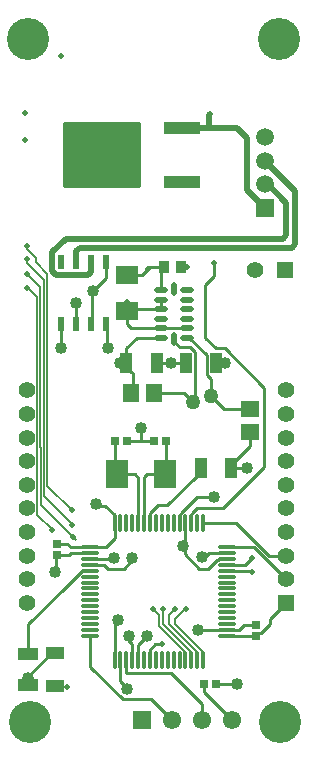
<source format=gbr>
%TF.GenerationSoftware,Altium Limited,Altium Designer,20.0.9 (164)*%
G04 Layer_Physical_Order=4*
G04 Layer_Color=16711680*
%FSLAX26Y26*%
%MOIN*%
%TF.FileFunction,Copper,L4,Bot,Signal*%
%TF.Part,Single*%
G01*
G75*
%TA.AperFunction,SMDPad,CuDef*%
%ADD13R,0.037402X0.041339*%
%TA.AperFunction,Conductor*%
%ADD21C,0.010000*%
%ADD22C,0.006000*%
%ADD23C,0.020000*%
%TA.AperFunction,ComponentPad*%
%ADD24R,0.055118X0.055118*%
%ADD25C,0.055118*%
%ADD26C,0.061024*%
%ADD27R,0.061024X0.061024*%
%ADD28C,0.059055*%
%ADD29R,0.059055X0.059055*%
%TA.AperFunction,ViaPad*%
%ADD30C,0.020000*%
%ADD31C,0.040000*%
%ADD32C,0.050000*%
%ADD33C,0.140000*%
%TA.AperFunction,SMDPad,CuDef*%
%ADD47R,0.064961X0.043307*%
%TA.AperFunction,ConnectorPad*%
%ADD48R,0.066929X0.043307*%
%TA.AperFunction,SMDPad,CuDef*%
%ADD49R,0.043307X0.066929*%
%ADD50R,0.074803X0.059055*%
%ADD51O,0.011811X0.062992*%
%ADD52O,0.062992X0.011811*%
%ADD53R,0.028346X0.028346*%
%ADD54R,0.061024X0.055118*%
%ADD55R,0.055118X0.061024*%
%ADD56R,0.028346X0.029921*%
%ADD57R,0.029921X0.028346*%
%ADD58O,0.045079X0.021654*%
%ADD59O,0.021654X0.045079*%
G04:AMPARAMS|DCode=60|XSize=41.339mil|YSize=122.047mil|CornerRadius=2.067mil|HoleSize=0mil|Usage=FLASHONLY|Rotation=90.000|XOffset=0mil|YOffset=0mil|HoleType=Round|Shape=RoundedRectangle|*
%AMROUNDEDRECTD60*
21,1,0.041339,0.117913,0,0,90.0*
21,1,0.037205,0.122047,0,0,90.0*
1,1,0.004134,0.058957,0.018602*
1,1,0.004134,0.058957,-0.018602*
1,1,0.004134,-0.058957,-0.018602*
1,1,0.004134,-0.058957,0.018602*
%
%ADD60ROUNDEDRECTD60*%
G04:AMPARAMS|DCode=61|XSize=220.472mil|YSize=259.842mil|CornerRadius=2.205mil|HoleSize=0mil|Usage=FLASHONLY|Rotation=90.000|XOffset=0mil|YOffset=0mil|HoleType=Round|Shape=RoundedRectangle|*
%AMROUNDEDRECTD61*
21,1,0.220472,0.255433,0,0,90.0*
21,1,0.216063,0.259842,0,0,90.0*
1,1,0.004409,0.127717,0.108031*
1,1,0.004409,0.127717,-0.108031*
1,1,0.004409,-0.127717,-0.108031*
1,1,0.004409,-0.127717,0.108031*
%
%ADD61ROUNDEDRECTD61*%
%ADD62R,0.074803X0.094488*%
G04:AMPARAMS|DCode=63|XSize=21.654mil|YSize=49.213mil|CornerRadius=1.949mil|HoleSize=0mil|Usage=FLASHONLY|Rotation=0.000|XOffset=0mil|YOffset=0mil|HoleType=Round|Shape=RoundedRectangle|*
%AMROUNDEDRECTD63*
21,1,0.021654,0.045315,0,0,0.0*
21,1,0.017756,0.049213,0,0,0.0*
1,1,0.003898,0.008878,-0.022657*
1,1,0.003898,-0.008878,-0.022657*
1,1,0.003898,-0.008878,0.022657*
1,1,0.003898,0.008878,0.022657*
%
%ADD63ROUNDEDRECTD63*%
D13*
X1526457Y2245000D02*
D03*
X1583543D02*
D03*
D21*
X1518087Y988087D02*
X1520000Y990000D01*
X1498087Y988087D02*
X1518087D01*
X1480819Y970819D02*
X1498087Y988087D01*
X1480472Y936654D02*
X1480819Y937000D01*
Y970819D01*
X1154173Y961102D02*
X1165000D01*
X1075000Y881929D02*
X1154173Y961102D01*
X1075000Y875000D02*
Y881929D01*
X1390000Y805000D02*
X1485000D01*
X1281653Y913346D02*
X1390000Y805000D01*
X1485000D02*
X1555000Y735000D01*
X1551732Y893268D02*
X1655000Y790000D01*
X1401732Y893268D02*
X1551732D01*
X1655000Y735000D02*
Y790000D01*
X1661102Y828898D02*
Y855000D01*
Y828898D02*
X1755000Y735000D01*
X1507428Y1452428D02*
X1538058D01*
X1582677Y1423207D02*
Y1425525D01*
X1638010Y1480858D02*
X1694142D01*
X1817294Y1230000D02*
X1820000D01*
X1738346Y1233898D02*
X1813396D01*
X1817294Y1230000D01*
X1738346Y1253583D02*
X1798583D01*
X1820000Y1275000D01*
X1826149Y1312638D02*
X1933708Y1205079D01*
X1766653Y1393347D02*
X1876181Y1283819D01*
X1935000D01*
X1657638Y1393347D02*
X1766653D01*
X1738346Y1312638D02*
X1826149D01*
X1729576Y1974922D02*
X1860000Y1844497D01*
Y1580503D02*
Y1844497D01*
X1799749Y1520251D02*
X1860000Y1580503D01*
X1933708Y1205079D02*
X1935000D01*
X1362362Y1342362D02*
Y1393347D01*
X1332638Y1312638D02*
X1362362Y1342362D01*
X1281653Y1312638D02*
X1332638D01*
X1362362Y1393347D02*
Y1418937D01*
X1332040Y1449260D02*
X1362362Y1418937D01*
X1305740Y1449260D02*
X1332040D01*
X1300000Y1455000D02*
X1305740Y1449260D01*
X1516791Y2105748D02*
Y2137244D01*
X1409803Y2105748D02*
X1516791D01*
X1405000Y2100945D02*
X1409803Y2105748D01*
X1516791Y2168740D02*
Y2235335D01*
X1526457Y2245000D01*
X1454055Y2219055D02*
X1480000Y2245000D01*
X1526457D01*
X1405000Y2219055D02*
X1454055D01*
X1516791Y2042756D02*
X1603209D01*
X1417244D02*
X1516791D01*
X1405000Y2055000D02*
Y2100945D01*
Y2055000D02*
X1417244Y2042756D01*
X1400000Y1913189D02*
Y1925000D01*
X1436260Y2011260D02*
X1516791D01*
X1400000Y1975000D02*
X1436260Y2011260D01*
X1400000Y1925000D02*
Y1975000D01*
X1417598Y1825000D02*
X1425000Y1832402D01*
Y1890678D01*
X1400000Y1913189D02*
X1416654Y1896535D01*
X1419142D02*
X1425000Y1890678D01*
X1416654Y1896535D02*
X1419142D01*
X1492401Y1825000D02*
X1595000D01*
X1625000Y1795000D01*
X1751181Y1575000D02*
Y1586811D01*
X1815000Y1650630D01*
Y1697598D01*
X1727599Y1772401D02*
X1815000D01*
X1685000Y1815000D02*
X1727599Y1772401D01*
X1165000Y1230000D02*
X1167500Y1232500D01*
Y1283602D01*
X1640834Y1035834D02*
X1641701Y1036701D01*
X1665039Y2010346D02*
Y2184654D01*
X1695000Y2214615D01*
X1665039Y2010346D02*
X1700464Y1974922D01*
X1695000Y2214615D02*
Y2260000D01*
X1700464Y1974922D02*
X1729576D01*
X1638524Y1443524D02*
X1723021D01*
X1799749Y1520251D01*
X1799749D01*
X1582677Y1425525D02*
X1638010Y1480858D01*
X1622047Y1427047D02*
X1638524Y1443524D01*
X1618268Y1393347D02*
Y1419427D01*
X1622047Y1423207D01*
Y1427047D01*
X1420000Y1266882D02*
Y1275000D01*
X1402071Y1248953D02*
X1420000Y1266882D01*
X1685000Y1815000D02*
Y1871921D01*
X1669527Y1887393D02*
X1685000Y1871921D01*
X1630473Y1800473D02*
Y1962607D01*
X1615036Y1978043D02*
X1630473Y1962607D01*
X1625000Y1795000D02*
X1630473Y1800473D01*
X1560000Y1996901D02*
Y2007421D01*
Y1996901D02*
X1578859Y1978043D01*
X1615036D01*
X1611768Y2011260D02*
X1669527Y1953500D01*
Y1887393D02*
Y1953500D01*
X1603209Y2011260D02*
X1611768D01*
X1402071Y1247071D02*
Y1248953D01*
X1395000Y1240000D02*
X1402071Y1247071D01*
X1341732Y1240000D02*
X1395000D01*
X1281653Y1253583D02*
X1328150D01*
X1341732Y1240000D01*
X1281653Y1273268D02*
X1282000Y1273614D01*
X1358614D01*
X1360000Y1275000D01*
X1167500Y1283602D02*
X1170000Y1286102D01*
X1362362Y1049244D02*
X1375000Y1061882D01*
Y1070000D01*
X1335000Y2056653D02*
X1337500Y2054153D01*
Y1977500D02*
Y2054153D01*
Y1977500D02*
X1340000Y1975000D01*
X1185000D02*
Y2056653D01*
X1335000Y2210000D02*
Y2263346D01*
X1290000Y2165000D02*
X1335000Y2210000D01*
X1285000Y2056653D02*
X1287500Y2059153D01*
Y2162500D01*
X1290000Y2165000D01*
X1235000Y2056653D02*
Y2125000D01*
X1502362Y1925000D02*
X1598819D01*
X1578898Y1419427D02*
X1582677Y1423207D01*
X1632165Y1546535D02*
X1632165D01*
X1480472Y1393347D02*
X1480819Y1393693D01*
X1648819Y1563189D02*
Y1575000D01*
X1075000Y956181D02*
Y1055000D01*
X1200000Y1180000D01*
Y1180643D01*
X1255573Y1233898D02*
X1281653D01*
X1251793Y1230118D02*
X1255573Y1233898D01*
X1249475Y1230118D02*
X1251793D01*
X1200000Y1180643D02*
X1249475Y1230118D01*
X1751181Y1575000D02*
X1805000D01*
X1632165Y1546535D02*
X1648819Y1563189D01*
X1538058Y1452428D02*
X1632165Y1546535D01*
X1480819Y1425819D02*
X1507428Y1452428D01*
X1480819Y1393693D02*
Y1425819D01*
X1694142Y1480858D02*
X1695000Y1480000D01*
X1578898Y1393347D02*
Y1419427D01*
X1698898Y855000D02*
X1770000D01*
X1660551Y854449D02*
X1661102Y855000D01*
X1216513Y1312638D02*
X1280836D01*
X1281653D01*
X1280000Y1313474D02*
X1280836Y1312638D01*
X1217953Y1292953D02*
X1281653D01*
X1211102Y1286102D02*
X1217953Y1292953D01*
X1170000Y1286102D02*
X1211102D01*
X1170000Y1323898D02*
X1205253D01*
X1216513Y1312638D01*
X1835000Y1016102D02*
Y1016890D01*
X1844173Y1026063D01*
X1850441D01*
X1881441Y1057063D01*
Y1072780D01*
X1935000Y1126339D01*
X1738693Y1017016D02*
X1834087D01*
X1738346Y1017362D02*
X1738693Y1017016D01*
X1834087D02*
X1835000Y1016102D01*
X1793898Y1053898D02*
X1835000D01*
X1777394Y1037394D02*
X1793898Y1053898D01*
X1738346Y1037047D02*
X1738693Y1037394D01*
X1777394D01*
X1590000Y1315000D02*
X1595740Y1309260D01*
Y1289260D02*
Y1309260D01*
Y1289260D02*
X1645000Y1240000D01*
X1675000D01*
X1663118Y1280000D02*
X1676071Y1292953D01*
X1655000Y1280000D02*
X1663118D01*
X1675000Y1240000D02*
X1704488Y1269488D01*
X1712266Y1273268D02*
X1738346D01*
X1708486Y1269488D02*
X1712266Y1273268D01*
X1704488Y1269488D02*
X1708486D01*
X1676071Y1292953D02*
X1738346D01*
X1598583Y1331700D02*
Y1393347D01*
X1590000Y1323118D02*
X1598583Y1331700D01*
X1590000Y1315000D02*
Y1323118D01*
X1738000Y1036701D02*
X1738346Y1037047D01*
X1641701Y1036701D02*
X1738000D01*
X1407583Y1004299D02*
X1421417Y990465D01*
X1407583Y1004299D02*
X1410000Y1006716D01*
X1362362Y936654D02*
Y1049244D01*
X1410000Y1006716D02*
Y1015000D01*
X1382047Y866545D02*
Y936654D01*
Y866545D02*
X1405000Y843592D01*
Y840000D02*
Y843592D01*
X1401732Y893268D02*
Y936654D01*
X1441102D02*
Y986102D01*
X1470000Y1015000D01*
X1421417Y936654D02*
Y990465D01*
X1450000Y1665000D02*
X1495315D01*
X1404685D02*
X1450000D01*
Y1710000D01*
X1530709Y1555000D02*
X1534685Y1558976D01*
Y1665000D01*
X1365315Y1558976D02*
X1369291Y1555000D01*
X1365315Y1558976D02*
Y1665000D01*
X1369291Y1555000D02*
X1430000D01*
X1441102Y1543898D01*
Y1393347D02*
Y1543898D01*
X1470000Y1555000D02*
X1530709D01*
X1460787Y1545787D02*
X1470000Y1555000D01*
X1460787Y1393347D02*
Y1545787D01*
X1281653Y913346D02*
Y1017362D01*
D22*
X1072064Y2175000D02*
X1075000D01*
X1225000Y1345000D02*
X1232313Y1337687D01*
X1116000Y1454000D02*
X1225000Y1345000D01*
X1105000Y1420000D02*
X1156383Y1368618D01*
X1220000Y1385000D02*
Y1390000D01*
X1138000Y1517000D02*
X1218910Y1436090D01*
X1127000Y1483000D02*
X1220000Y1390000D01*
X1116000Y1454000D02*
Y1644997D01*
X1115417Y1645580D02*
X1116000Y1644997D01*
X1137417Y1654692D02*
Y2224250D01*
X1105000Y1420000D02*
Y1640440D01*
X1127000Y1483000D02*
Y1649553D01*
X1490000Y1105000D02*
X1510000Y1085000D01*
X1598583Y936654D02*
Y962225D01*
X1510000Y1050807D02*
Y1085000D01*
Y1050807D02*
X1598583Y962225D01*
X1618268Y936654D02*
Y962244D01*
X1525000Y1055512D02*
Y1105000D01*
Y1055512D02*
X1618268Y962244D01*
X1596630Y1105000D02*
X1600000D01*
X1565000Y1054882D02*
X1657638Y962244D01*
Y936654D02*
Y962244D01*
X1565000Y1073370D02*
X1596630Y1105000D01*
X1565000Y1054882D02*
Y1073370D01*
X1545000Y1085897D02*
X1564552Y1105448D01*
X1545000Y1055197D02*
Y1085897D01*
X1637953Y936654D02*
Y962244D01*
X1545000Y1055197D02*
X1637953Y962244D01*
X1100000Y2261667D02*
Y2277591D01*
X1072064Y2305527D02*
Y2315000D01*
Y2305527D02*
X1100000Y2277591D01*
X1138000Y1517000D02*
Y1654109D01*
X1100000Y2261667D02*
X1137417Y2224250D01*
Y1654692D02*
X1138000Y1654109D01*
X1072064Y2257936D02*
X1126417Y2203583D01*
Y1650136D02*
Y2203583D01*
X1072064Y2257936D02*
Y2273000D01*
X1126417Y1650136D02*
X1127000Y1649553D01*
X1115417Y1645580D02*
Y2178314D01*
X1072064Y2221666D02*
Y2221667D01*
Y2221666D02*
X1115417Y2178314D01*
X1075000Y2175000D02*
X1104417Y2145583D01*
Y1641023D02*
X1105000Y1640440D01*
X1104417Y1641023D02*
Y2145583D01*
D23*
X1678583Y2710157D02*
X1769842D01*
X1587323D02*
X1678583D01*
Y2753583D02*
X1680000Y2755000D01*
X1678583Y2710157D02*
Y2753583D01*
X1923284Y2340000D02*
X1935000Y2351716D01*
Y2460151D01*
X1873599Y2521551D02*
X1935000Y2460151D01*
X1865000Y2521551D02*
X1873599D01*
X1199078Y2340000D02*
X1923284D01*
X1154173Y2295095D02*
X1199078Y2340000D01*
X1154173Y2231597D02*
Y2295095D01*
Y2231597D02*
X1167031Y2218740D01*
X1273284D01*
X1285000Y2230456D01*
Y2263346D01*
X1965000Y2321716D02*
Y2500291D01*
X1953284Y2310000D02*
X1965000Y2321716D01*
X1865000Y2600291D02*
X1965000Y2500291D01*
X1246748Y2310000D02*
X1953284D01*
X1235032Y2298284D02*
X1246748Y2310000D01*
X1235032Y2263378D02*
Y2298284D01*
X1235000Y2263346D02*
X1235032Y2263378D01*
X1805000Y2502811D02*
X1865000Y2442811D01*
X1805000Y2502811D02*
Y2675000D01*
X1769842Y2710157D02*
X1805000Y2675000D01*
D24*
X1930000Y2235000D02*
D03*
X1935000Y1126339D02*
D03*
D25*
X1830000Y2235000D02*
D03*
X1068858Y1126339D02*
D03*
Y1205079D02*
D03*
Y1283819D02*
D03*
Y1362559D02*
D03*
Y1441299D02*
D03*
Y1520039D02*
D03*
Y1598780D02*
D03*
Y1677520D02*
D03*
Y1756260D02*
D03*
Y1835000D02*
D03*
X1935000D02*
D03*
Y1756260D02*
D03*
Y1677520D02*
D03*
Y1598780D02*
D03*
Y1520039D02*
D03*
Y1441299D02*
D03*
Y1362559D02*
D03*
Y1283819D02*
D03*
Y1205079D02*
D03*
D26*
X1755000Y735000D02*
D03*
X1655000D02*
D03*
X1555000D02*
D03*
D27*
X1455000D02*
D03*
D28*
X1865000Y2679032D02*
D03*
Y2521551D02*
D03*
Y2600291D02*
D03*
D29*
Y2442811D02*
D03*
D30*
X1065000Y2760000D02*
D03*
Y2670000D02*
D03*
X1185000Y2950000D02*
D03*
X1520000Y990000D02*
D03*
X1205000Y845000D02*
D03*
X1820000Y1230000D02*
D03*
Y1275000D02*
D03*
X1155000Y1370000D02*
D03*
X1225000Y1345000D02*
D03*
X1220000Y1385000D02*
D03*
X1218910Y1436090D02*
D03*
X1490000Y1105000D02*
D03*
X1525000D02*
D03*
X1600000D02*
D03*
X1564552Y1105448D02*
D03*
X1680000Y2755000D02*
D03*
X1605000Y2245000D02*
D03*
X1475000Y2240000D02*
D03*
X1405000Y2130000D02*
D03*
X1072064Y2273000D02*
D03*
Y2221667D02*
D03*
Y2315000D02*
D03*
X1245000Y2550000D02*
D03*
X1380000D02*
D03*
X1375000Y2685000D02*
D03*
X1240000D02*
D03*
X1072064Y2175000D02*
D03*
X1695000Y2260000D02*
D03*
X1630000Y2530000D02*
D03*
D31*
X1300000Y1455000D02*
D03*
X1165000Y1230000D02*
D03*
X1640834Y1035834D02*
D03*
X1695000Y1480000D02*
D03*
X1420000Y1275000D02*
D03*
X1380000Y1925000D02*
D03*
X1730000D02*
D03*
X1360000Y1275000D02*
D03*
X1375000Y1070000D02*
D03*
X1340000Y1975000D02*
D03*
X1185000D02*
D03*
X1290000Y2165000D02*
D03*
X1235000Y2125000D02*
D03*
X1550591Y1925000D02*
D03*
X1075000Y875000D02*
D03*
X1805000Y1575000D02*
D03*
X1770000Y855000D02*
D03*
X1655000Y1280000D02*
D03*
X1590000Y1315000D02*
D03*
X1410000Y1015000D02*
D03*
X1405000Y840000D02*
D03*
X1470000Y1015000D02*
D03*
X1450000Y1710000D02*
D03*
D32*
X1685000Y1815000D02*
D03*
X1625000Y1795000D02*
D03*
D33*
X1910000Y3005000D02*
D03*
X1075000D02*
D03*
X1080000Y730000D02*
D03*
X1915000D02*
D03*
D47*
X1165000Y848898D02*
D03*
Y961102D02*
D03*
D48*
X1075000Y956181D02*
D03*
Y853819D02*
D03*
D49*
X1648819Y1575000D02*
D03*
X1751181D02*
D03*
X1502362Y1925000D02*
D03*
X1400000D02*
D03*
X1598819D02*
D03*
X1701181D02*
D03*
D50*
X1405000Y2100945D02*
D03*
Y2219055D02*
D03*
D51*
X1362362Y1393347D02*
D03*
X1382047D02*
D03*
X1401732D02*
D03*
X1421417D02*
D03*
X1441102D02*
D03*
X1460787D02*
D03*
X1480472D02*
D03*
X1500157D02*
D03*
X1519842D02*
D03*
X1539527D02*
D03*
X1559213D02*
D03*
X1578898D02*
D03*
X1598583D02*
D03*
X1618268D02*
D03*
X1637953D02*
D03*
X1657638D02*
D03*
Y936654D02*
D03*
X1637953D02*
D03*
X1618268D02*
D03*
X1598583D02*
D03*
X1578898D02*
D03*
X1559213D02*
D03*
X1539527D02*
D03*
X1519842D02*
D03*
X1500157D02*
D03*
X1480472D02*
D03*
X1460787D02*
D03*
X1441102D02*
D03*
X1421417D02*
D03*
X1401732D02*
D03*
X1382047D02*
D03*
X1362362D02*
D03*
D52*
X1738346Y1312638D02*
D03*
Y1292953D02*
D03*
Y1273268D02*
D03*
Y1253583D02*
D03*
Y1233898D02*
D03*
Y1214213D02*
D03*
Y1194528D02*
D03*
Y1174843D02*
D03*
Y1155158D02*
D03*
Y1135473D02*
D03*
Y1115787D02*
D03*
Y1096102D02*
D03*
Y1076417D02*
D03*
Y1056732D02*
D03*
Y1037047D02*
D03*
Y1017362D02*
D03*
X1281653D02*
D03*
Y1037047D02*
D03*
Y1056732D02*
D03*
Y1076417D02*
D03*
Y1096102D02*
D03*
Y1115787D02*
D03*
Y1135473D02*
D03*
Y1155158D02*
D03*
Y1174843D02*
D03*
Y1194528D02*
D03*
Y1214213D02*
D03*
Y1233898D02*
D03*
Y1253583D02*
D03*
Y1273268D02*
D03*
Y1292953D02*
D03*
Y1312638D02*
D03*
D53*
X1495315Y1665000D02*
D03*
X1534685D02*
D03*
X1404685D02*
D03*
X1365315D02*
D03*
D54*
X1815000Y1697598D02*
D03*
Y1772401D02*
D03*
D55*
X1417598Y1825000D02*
D03*
X1492401D02*
D03*
D56*
X1170000Y1286102D02*
D03*
Y1323898D02*
D03*
X1835000Y1053898D02*
D03*
Y1016102D02*
D03*
D57*
X1698898Y855000D02*
D03*
X1661102D02*
D03*
D58*
X1516791Y2168740D02*
D03*
Y2137244D02*
D03*
Y2105748D02*
D03*
Y2074252D02*
D03*
Y2042756D02*
D03*
Y2011260D02*
D03*
X1603209D02*
D03*
Y2042756D02*
D03*
Y2074252D02*
D03*
Y2105748D02*
D03*
Y2137244D02*
D03*
Y2168740D02*
D03*
D59*
X1560000Y2007421D02*
D03*
Y2172579D02*
D03*
D60*
X1587323Y2710157D02*
D03*
Y2529843D02*
D03*
D61*
X1319606Y2620000D02*
D03*
D62*
X1369291Y1555000D02*
D03*
X1530709D02*
D03*
D63*
X1185000Y2263346D02*
D03*
X1235000D02*
D03*
X1285000D02*
D03*
X1335000D02*
D03*
X1185000Y2056653D02*
D03*
X1235000D02*
D03*
X1285000D02*
D03*
X1335000D02*
D03*
%TF.MD5,267be6373413e4d1e591e7a10e3f3194*%
M02*

</source>
